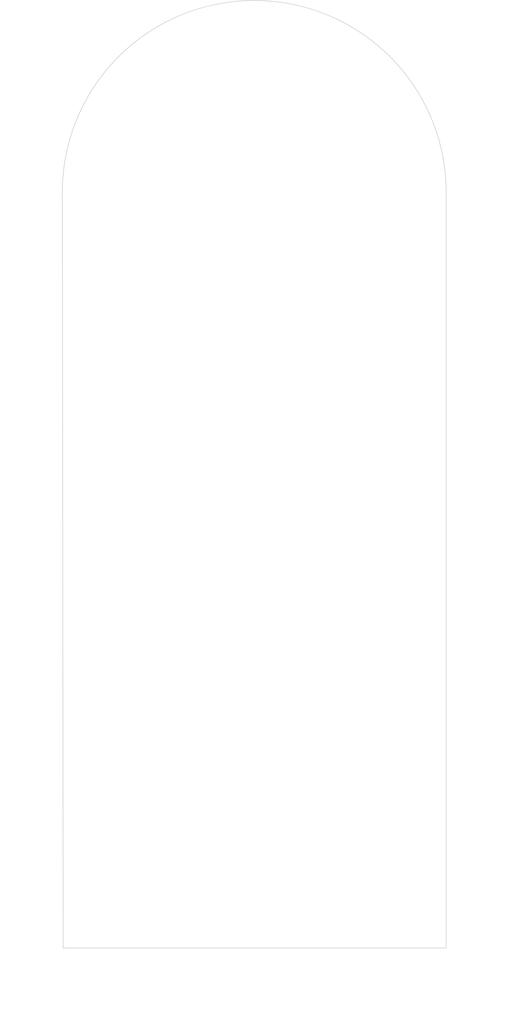
<source format=kicad_pcb>
(kicad_pcb
	(version 20241229)
	(generator "pcbnew")
	(generator_version "9.0")
	(general
		(thickness 1.6)
		(legacy_teardrops no)
	)
	(paper "A4")
	(layers
		(0 "F.Cu" signal)
		(2 "B.Cu" signal)
		(9 "F.Adhes" user "F.Adhesive")
		(11 "B.Adhes" user "B.Adhesive")
		(13 "F.Paste" user)
		(15 "B.Paste" user)
		(5 "F.SilkS" user "F.Silkscreen")
		(7 "B.SilkS" user "B.Silkscreen")
		(1 "F.Mask" user)
		(3 "B.Mask" user)
		(17 "Dwgs.User" user "User.Drawings")
		(19 "Cmts.User" user "User.Comments")
		(21 "Eco1.User" user "User.Eco1")
		(23 "Eco2.User" user "User.Eco2")
		(25 "Edge.Cuts" user)
		(27 "Margin" user)
		(31 "F.CrtYd" user "F.Courtyard")
		(29 "B.CrtYd" user "B.Courtyard")
		(35 "F.Fab" user)
		(33 "B.Fab" user)
		(39 "User.1" user)
		(41 "User.2" user)
		(43 "User.3" user)
		(45 "User.4" user)
		(47 "User.5" user)
		(49 "User.6" user)
		(51 "User.7" user)
		(53 "User.8" user)
		(55 "User.9" user)
	)
	(setup
		(pad_to_mask_clearance 0)
		(allow_soldermask_bridges_in_footprints no)
		(tenting front back)
		(grid_origin 78.614888 49.275912)
		(pcbplotparams
			(layerselection 0x00000000_00000000_55555555_5755f5ff)
			(plot_on_all_layers_selection 0x00000000_00000000_00000000_00000000)
			(disableapertmacros no)
			(usegerberextensions no)
			(usegerberattributes yes)
			(usegerberadvancedattributes yes)
			(creategerberjobfile yes)
			(dashed_line_dash_ratio 12.000000)
			(dashed_line_gap_ratio 3.000000)
			(svgprecision 4)
			(plotframeref no)
			(mode 1)
			(useauxorigin no)
			(hpglpennumber 1)
			(hpglpenspeed 20)
			(hpglpendiameter 15.000000)
			(pdf_front_fp_property_popups yes)
			(pdf_back_fp_property_popups yes)
			(pdf_metadata yes)
			(pdf_single_document no)
			(dxfpolygonmode yes)
			(dxfimperialunits yes)
			(dxfusepcbnewfont yes)
			(psnegative no)
			(psa4output no)
			(plot_black_and_white yes)
			(sketchpadsonfab no)
			(plotpadnumbers no)
			(hidednponfab no)
			(sketchdnponfab yes)
			(crossoutdnponfab yes)
			(subtractmaskfromsilk no)
			(outputformat 1)
			(mirror no)
			(drillshape 1)
			(scaleselection 1)
			(outputdirectory "")
		)
	)
	(net 0 "")
	(gr_circle
		(center 69.161944 141.828856)
		(end 70.861944 141.828856)
		(stroke
			(width 0.15)
			(type default)
		)
		(fill no)
		(layer "Dwgs.User")
		(uuid "1741b95d-8563-4133-a3d8-cd11662dad80")
	)
	(gr_circle
		(center 88.161944 141.828856)
		(end 89.861944 141.828856)
		(stroke
			(width 0.15)
			(type default)
		)
		(fill no)
		(layer "Dwgs.User")
		(uuid "1e531495-7ce8-4f23-97cb-18b4b44e131e")
	)
	(gr_circle
		(center 100.314888 49.275912)
		(end 102.014888 49.275912)
		(stroke
			(width 0.15)
			(type default)
		)
		(fill no)
		(layer "Dwgs.User")
		(uuid "222ba812-6199-4f1b-af4e-ff5eab0ac2a1")
	)
	(gr_circle
		(center 56.914888 49.275912)
		(end 58.614888 49.275912)
		(stroke
			(width 0.15)
			(type default)
		)
		(fill no)
		(layer "Dwgs.User")
		(uuid "5968b028-c375-47e8-86ce-646885aa3f04")
	)
	(gr_line
		(start 49.020944 55.061056)
		(end 108.202944 55.061056)
		(stroke
			(width 0.15)
			(type default)
		)
		(layer "Cmts.User")
		(uuid "39e80a9a-0c63-4988-98b7-7715aff14841")
	)
	(gr_line
		(start 78.611944 54.061056)
		(end 78.611944 56.061056)
		(stroke
			(width 0.15)
			(type default)
		)
		(layer "Cmts.User")
		(uuid "8ed4723d-e5d5-4927-ad5c-f8e7889cc840")
	)
	(gr_line
		(start 78.611944 55.061056)
		(end 98.714888 33.375912)
		(stroke
			(width 0.15)
			(type dash_dot)
		)
		(layer "Cmts.User")
		(uuid "cf08a3bf-35e0-42ae-a879-9d42cee361f3")
	)
	(gr_line
		(start 78.611944 55.061056)
		(end 78.611944 54.061056)
		(stroke
			(width 0.15)
			(type default)
		)
		(layer "Cmts.User")
		(uuid "d266eccb-69ad-4f79-96df-35bd47144660")
	)
	(gr_line
		(start 108.202944 55.061056)
		(end 108.202944 171.647056)
		(stroke
			(width 0.1)
			(type default)
		)
		(layer "Edge.Cuts")
		(uuid "365191e8-17b7-4b5d-b57d-3e8d64457930")
	)
	(gr_line
		(start 49.147944 171.647056)
		(end 49.020944 55.061056)
		(stroke
			(width 0.1)
			(type default)
		)
		(layer "Edge.Cuts")
		(uuid "54ee31b7-0b83-4afb-971f-a1da03ea2150")
	)
	(gr_line
		(start 108.202944 171.647056)
		(end 49.147944 171.647056)
		(stroke
			(width 0.1)
			(type default)
		)
		(layer "Edge.Cuts")
		(uuid "57871168-7f72-475f-8d12-8e9a4fbb8875")
	)
	(gr_arc
		(start 49.020944 55.061056)
		(mid 78.611944 25.470056)
		(end 108.202944 55.061056)
		(stroke
			(width 0.1)
			(type default)
		)
		(layer "Edge.Cuts")
		(uuid "7bd6d945-64d8-49ec-a3bd-81477e99ebc3")
	)
	(dimension
		(type aligned)
		(layer "Cmts.User")
		(uuid "17577dcb-6906-48eb-a478-0cf380ea18c7")
		(pts
			(xy 78.611944 55.061056) (xy 78.611944 25.470056)
		)
		(height 37.25)
		(format
			(prefix "")
			(suffix "")
			(units 3)
			(units_format 1)
			(precision 4)
		)
		(style
			(thickness 0.15)
			(arrow_length 1.27)
			(text_position_mode 0)
			(arrow_direction outward)
			(extension_height 0.58642)
			(extension_offset 0.5)
			(keep_text_aligned yes)
		)
		(gr_text "29.5910 mm"
			(at 114.711944 40.265556 90)
			(layer "Cmts.User")
			(uuid "17577dcb-6906-48eb-a478-0cf380ea18c7")
			(effects
				(font
					(size 1 1)
					(thickness 0.15)
				)
			)
		)
	)
	(dimension
		(type aligned)
		(layer "Cmts.User")
		(uuid "21a177d1-ca9d-466e-b5d2-4907e1b225d4")
		(pts
			(xy 69.161944 141.828856) (xy 49.111944 141.828856)
		)
		(height 4.9)
		(format
			(prefix "")
			(suffix "")
			(units 3)
			(units_format 1)
			(precision 4)
		)
		(style
			(thickness 0.15)
			(arrow_length 1.27)
			(text_position_mode 0)
			(arrow_direction outward)
			(extension_height 0.58642)
			(extension_offset 0.5)
			(keep_text_aligned yes)
		)
		(gr_text "20.0500 mm"
			(at 59.136944 135.778856 0)
			(layer "Cmts.User")
			(uuid "21a177d1-ca9d-466e-b5d2-4907e1b225d4")
			(effects
				(font
					(size 1 1)
					(thickness 0.15)
				)
			)
		)
	)
	(dimension
		(type aligned)
		(layer "Cmts.User")
		(uuid "3fec8025-ee85-43cf-8d4a-c047f457542c")
		(pts
			(xy 56.914888 49.275912) (xy 49.024888 49.285912)
		)
		(height 18.321552)
		(format
			(prefix "")
			(suffix "")
			(units 3)
			(units_format 1)
			(precision 4)
		)
		(style
			(thickness 0.15)
			(arrow_length 1.27)
			(text_position_mode 0)
			(arrow_direction outward)
			(extension_height 0.58642)
			(extension_offset 0.5)
			(keep_text_aligned yes)
		)
		(gr_text "7.8900 mm"
			(at 52.945209 29.809376 0.0726181861)
			(layer "Cmts.User")
			(uuid "3fec8025-ee85-43cf-8d4a-c047f457542c")
			(effects
				(font
					(size 1 1)
					(thickness 0.15)
				)
			)
		)
	)
	(dimension
		(type aligned)
		(layer "Cmts.User")
		(uuid "704bda60-bd46-48ed-8da3-24745d92387a")
		(pts
			(xy 69.161944 141.828856) (xy 88.161944 141.828856)
		)
		(height 33.9)
		(format
			(prefix "")
			(suffix "")
			(units 3)
			(units_format 1)
			(precision 4)
		)
		(style
			(thickness 0.15)
			(arrow_length 1.27)
			(text_position_mode 0)
			(arrow_direction outward)
			(extension_height 0.58642)
			(extension_offset 0.5)
			(keep_text_aligned yes)
		)
		(gr_text "19.0000 mm"
			(at 78.661944 174.578856 0)
			(layer "Cmts.User")
			(uuid "704bda60-bd46-48ed-8da3-24745d92387a")
			(effects
				(font
					(size 1 1)
					(thickness 0.15)
				)
			)
		)
	)
	(dimension
		(type aligned)
		(layer "Cmts.User")
		(uuid "7b078cc0-dc69-4bd5-8620-494b63db8133")
		(pts
			(xy 69.161944 141.828856) (xy 69.175444 171.647056)
		)
		(height -9.499999)
		(format
			(prefix "")
			(suffix "")
			(units 3)
			(units_format 1)
			(precision 4)
		)
		(style
			(thickness 0.15)
			(arrow_length 1.27)
			(text_position_mode 0)
			(arrow_direction outward)
			(extension_height 0.58642)
			(extension_offset 0.5)
			(keep_text_aligned yes)
		)
		(gr_text "29.8182 mm"
			(at 79.818692 156.733134 270.0259403)
			(layer "Cmts.User")
			(uuid "7b078cc0-dc69-4bd5-8620-494b63db8133")
			(effects
				(font
					(size 1 1)
					(thickness 0.15)
				)
			)
		)
	)
	(dimension
		(type aligned)
		(layer "Cmts.User")
		(uuid "9d64f9c5-ff1f-4545-a0a5-0c85d9183fc9")
		(pts
			(xy 108.202944 55.061056) (xy 108.202944 171.647056)
		)
		(height -7.6)
		(format
			(prefix "")
			(suffix "")
			(units 3)
			(units_format 1)
			(precision 4)
		)
		(style
			(thickness 0.15)
			(arrow_length 1.27)
			(text_position_mode 0)
			(arrow_direction outward)
			(extension_height 0.58642)
			(extension_offset 0.5)
			(keep_text_aligned yes)
		)
		(gr_text "116.5860 mm"
			(at 114.652944 113.354056 90)
			(layer "Cmts.User")
			(uuid "9d64f9c5-ff1f-4545-a0a5-0c85d9183fc9")
			(effects
				(font
					(size 1 1)
					(thickness 0.15)
				)
			)
		)
	)
	(dimension
		(type aligned)
		(layer "Cmts.User")
		(uuid "b0e4edea-eec7-4ffc-a1c1-a7d4726dbe05")
		(pts
			(xy 49.147944 171.647056) (xy 108.202944 171.647056)
		)
		(height 10.928856)
		(format
			(prefix "")
			(suffix "")
			(units 3)
			(units_format 1)
			(precision 4)
		)
		(style
			(thickness 0.15)
			(arrow_length 1.27)
			(text_position_mode 0)
			(arrow_direction outward)
			(extension_height 0.58642)
			(extension_offset 0.5)
			(keep_text_aligned yes)
		)
		(gr_text "59.0550 mm"
			(at 78.675444 181.425912 0)
			(layer "Cmts.User")
			(uuid "b0e4edea-eec7-4ffc-a1c1-a7d4726dbe05")
			(effects
				(font
					(size 1 1)
					(thickness 0.15)
				)
			)
		)
	)
	(dimension
		(type aligned)
		(layer "Cmts.User")
		(uuid "b17137bc-ad11-4093-a276-f0ddd8c8bfea")
		(pts
			(xy 69.111944 143.528856) (xy 69.111944 140.128856)
		)
		(height -24.097056)
		(format
			(prefix "")
			(suffix "")
			(units 3)
			(units_format 1)
			(precision 4)
		)
		(style
			(thickness 0.15)
			(arrow_length 1.27)
			(text_position_mode 0)
			(arrow_direction outward)
			(extension_height 0.58642)
			(extension_offset 0.5)
			(keep_text_aligned yes)
		)
		(gr_text "3.4000 mm"
			(at 43.864888 141.828856 90)
			(layer "Cmts.User")
			(uuid "b17137bc-ad11-4093-a276-f0ddd8c8bfea")
			(effects
				(font
					(size 1 1)
					(thickness 0.15)
				)
			)
		)
	)
	(dimension
		(type aligned)
		(layer "Cmts.User")
		(uuid "d0a30de6-c9f0-4176-8db0-a73ed80ac371")
		(pts
			(xy 56.914888 49.275912) (xy 100.314888 49.275912)
		)
		(height -8.214856)
		(format
			(prefix "")
			(suffix "")
			(units 3)
			(units_format 1)
			(precision 4)
		)
		(style
			(thickness 0.15)
			(arrow_length 1.27)
			(text_position_mode 0)
			(arrow_direction outward)
			(extension_height 0.58642)
			(extension_offset 0.5)
			(keep_text_aligned yes)
		)
		(gr_text "43.4000 mm"
			(at 78.614888 39.911056 0)
			(layer "Cmts.User")
			(uuid "d0a30de6-c9f0-4176-8db0-a73ed80ac371")
			(effects
				(font
					(size 1 1)
					(thickness 0.15)
				)
			)
		)
	)
	(dimension
		(type aligned)
		(layer "Cmts.User")
		(uuid "ed1ef5d2-6eb8-4135-8d1b-602a9d349197")
		(pts
			(xy 78.614888 49.275912) (xy 78.611944 25.470056)
		)
		(height -32.774742)
		(format
			(prefix "")
			(suffix "")
			(units 3)
			(units_format 1)
			(precision 4)
		)
		(style
			(thickness 0.15)
			(arrow_length 1.27)
			(text_position_mode 0)
			(arrow_direction outward)
			(extension_height 0.58642)
			(extension_offset 0.5)
			(keep_text_aligned yes)
		)
		(gr_text "23.8059 mm"
			(at 46.988674 37.376895 -89.9929144)
			(layer "Cmts.User")
			(uuid "ed1ef5d2-6eb8-4135-8d1b-602a9d349197")
			(effects
				(font
					(size 1 1)
					(thickness 0.15)
				)
			)
		)
	)
	(embedded_fonts no)
)

</source>
